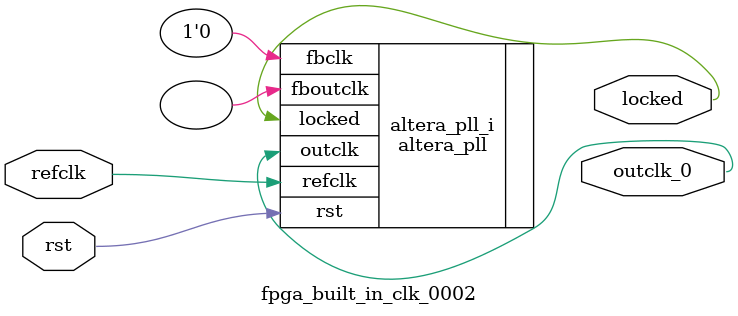
<source format=v>
`timescale 1ns/10ps
module  fpga_built_in_clk_0002(

	// interface 'refclk'
	input wire refclk,

	// interface 'reset'
	input wire rst,

	// interface 'outclk0'
	output wire outclk_0,

	// interface 'locked'
	output wire locked
);

	altera_pll #(
		.fractional_vco_multiplier("false"),
		.reference_clock_frequency("50.0 MHz"),
		.operation_mode("direct"),
		.number_of_clocks(1),
		.output_clock_frequency0("20.000000 MHz"),
		.phase_shift0("0 ps"),
		.duty_cycle0(50),
		.output_clock_frequency1("0 MHz"),
		.phase_shift1("0 ps"),
		.duty_cycle1(50),
		.output_clock_frequency2("0 MHz"),
		.phase_shift2("0 ps"),
		.duty_cycle2(50),
		.output_clock_frequency3("0 MHz"),
		.phase_shift3("0 ps"),
		.duty_cycle3(50),
		.output_clock_frequency4("0 MHz"),
		.phase_shift4("0 ps"),
		.duty_cycle4(50),
		.output_clock_frequency5("0 MHz"),
		.phase_shift5("0 ps"),
		.duty_cycle5(50),
		.output_clock_frequency6("0 MHz"),
		.phase_shift6("0 ps"),
		.duty_cycle6(50),
		.output_clock_frequency7("0 MHz"),
		.phase_shift7("0 ps"),
		.duty_cycle7(50),
		.output_clock_frequency8("0 MHz"),
		.phase_shift8("0 ps"),
		.duty_cycle8(50),
		.output_clock_frequency9("0 MHz"),
		.phase_shift9("0 ps"),
		.duty_cycle9(50),
		.output_clock_frequency10("0 MHz"),
		.phase_shift10("0 ps"),
		.duty_cycle10(50),
		.output_clock_frequency11("0 MHz"),
		.phase_shift11("0 ps"),
		.duty_cycle11(50),
		.output_clock_frequency12("0 MHz"),
		.phase_shift12("0 ps"),
		.duty_cycle12(50),
		.output_clock_frequency13("0 MHz"),
		.phase_shift13("0 ps"),
		.duty_cycle13(50),
		.output_clock_frequency14("0 MHz"),
		.phase_shift14("0 ps"),
		.duty_cycle14(50),
		.output_clock_frequency15("0 MHz"),
		.phase_shift15("0 ps"),
		.duty_cycle15(50),
		.output_clock_frequency16("0 MHz"),
		.phase_shift16("0 ps"),
		.duty_cycle16(50),
		.output_clock_frequency17("0 MHz"),
		.phase_shift17("0 ps"),
		.duty_cycle17(50),
		.pll_type("General"),
		.pll_subtype("General")
	) altera_pll_i (
		.rst	(rst),
		.outclk	({outclk_0}),
		.locked	(locked),
		.fboutclk	( ),
		.fbclk	(1'b0),
		.refclk	(refclk)
	);
endmodule


</source>
